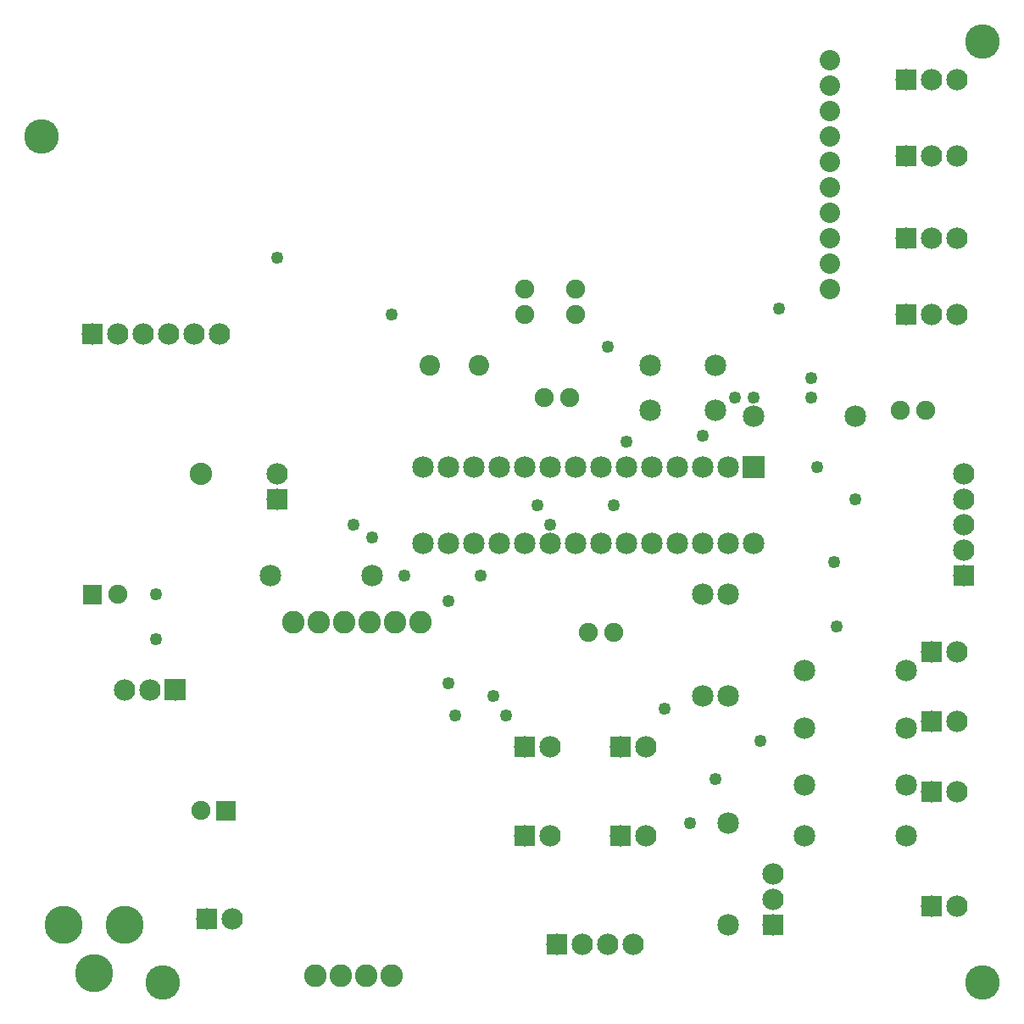
<source format=gts>
G04 MADE WITH FRITZING*
G04 WWW.FRITZING.ORG*
G04 DOUBLE SIDED*
G04 HOLES PLATED*
G04 CONTOUR ON CENTER OF CONTOUR VECTOR*
%ASAXBY*%
%FSLAX23Y23*%
%MOIN*%
%OFA0B0*%
%SFA1.0B1.0*%
%ADD10C,0.088000*%
%ADD11C,0.049370*%
%ADD12C,0.085000*%
%ADD13C,0.084000*%
%ADD14C,0.075000*%
%ADD15C,0.135984*%
%ADD16C,0.080925*%
%ADD17C,0.080866*%
%ADD18C,0.080000*%
%ADD19C,0.088861*%
%ADD20C,0.088833*%
%ADD21C,0.074972*%
%ADD22C,0.074944*%
%ADD23C,0.150000*%
%ADD24R,0.084000X0.084000*%
%ADD25R,0.085000X0.085000*%
%ADD26R,0.001000X0.001000*%
%LNMASK1*%
G90*
G70*
G54D10*
X738Y2136D03*
G54D11*
X1038Y2986D03*
X2563Y1211D03*
X2663Y761D03*
X1838Y1736D03*
X1713Y1636D03*
X1713Y1311D03*
X563Y1486D03*
X563Y1661D03*
X1738Y1186D03*
X1938Y1186D03*
X2363Y2011D03*
X2063Y2011D03*
X1338Y1936D03*
X1413Y1886D03*
X1538Y1736D03*
X1488Y2761D03*
X2413Y2261D03*
X2338Y2636D03*
G54D12*
X3313Y2361D03*
X2913Y2361D03*
G54D13*
X2138Y286D03*
X2238Y286D03*
X2338Y286D03*
X2438Y286D03*
G54D11*
X2838Y2436D03*
X3138Y2511D03*
X3163Y2161D03*
X3313Y2036D03*
G54D14*
X3588Y2386D03*
X3488Y2386D03*
X3588Y2386D03*
X3488Y2386D03*
G54D11*
X2913Y2436D03*
X3138Y2436D03*
X3013Y2786D03*
G54D12*
X2507Y2563D03*
X2763Y2563D03*
X2507Y2386D03*
X2763Y2386D03*
G54D14*
X2188Y2436D03*
X2088Y2436D03*
X2188Y2436D03*
X2088Y2436D03*
X2363Y1511D03*
X2263Y1511D03*
X2363Y1511D03*
X2263Y1511D03*
G54D15*
X3813Y136D03*
X3813Y3836D03*
X113Y3461D03*
X588Y136D03*
G54D16*
X1638Y2561D03*
G54D17*
X1831Y2561D03*
G54D18*
X3213Y3761D03*
X3213Y3661D03*
X3213Y3561D03*
X3213Y3461D03*
X3213Y3361D03*
X3213Y3261D03*
X3213Y3161D03*
X3213Y3061D03*
X3213Y2961D03*
X3213Y2861D03*
G54D19*
X1603Y1551D03*
X1503Y1551D03*
X1403Y1551D03*
X1303Y1551D03*
X1203Y1551D03*
X1103Y1551D03*
G54D20*
X1488Y161D03*
X1388Y161D03*
X1288Y161D03*
X1188Y161D03*
G54D21*
X1603Y1551D03*
X1503Y1551D03*
X1403Y1551D03*
X1303Y1551D03*
X1203Y1551D03*
X1103Y1551D03*
G54D22*
X1488Y161D03*
X1388Y161D03*
X1288Y161D03*
X1188Y161D03*
G54D12*
X2913Y2161D03*
X2913Y1861D03*
X2813Y2161D03*
X2813Y1861D03*
X2713Y2161D03*
X2713Y1861D03*
X2613Y2161D03*
X2613Y1861D03*
X2513Y2161D03*
X2513Y1861D03*
X2413Y2161D03*
X2413Y1861D03*
X2313Y2161D03*
X2313Y1861D03*
X2213Y2161D03*
X2213Y1861D03*
X2113Y2161D03*
X2113Y1861D03*
X2013Y2161D03*
X2013Y1861D03*
X1913Y2161D03*
X1913Y1861D03*
X1813Y2161D03*
X1813Y1861D03*
X1713Y2161D03*
X1713Y1861D03*
X1613Y2161D03*
X1613Y1861D03*
G54D13*
X638Y1286D03*
X538Y1286D03*
X438Y1286D03*
X638Y1286D03*
X538Y1286D03*
X438Y1286D03*
G54D23*
X438Y361D03*
X198Y361D03*
X318Y171D03*
G54D14*
X838Y811D03*
X738Y811D03*
X838Y811D03*
X738Y811D03*
X2013Y2861D03*
X2013Y2761D03*
X2013Y2861D03*
X2013Y2761D03*
X2213Y2761D03*
X2213Y2861D03*
X2213Y2761D03*
X2213Y2861D03*
G54D12*
X2713Y1261D03*
X2713Y1661D03*
X2813Y1661D03*
X2813Y1261D03*
G54D14*
X313Y1661D03*
X413Y1661D03*
X313Y1661D03*
X413Y1661D03*
G54D12*
X1013Y1736D03*
X1413Y1736D03*
X2813Y761D03*
X2813Y361D03*
X3513Y711D03*
X3113Y711D03*
X3513Y1136D03*
X3113Y1136D03*
X3513Y1361D03*
X3113Y1361D03*
X3513Y911D03*
X3113Y911D03*
G54D11*
X2713Y2286D03*
X2938Y1086D03*
X3228Y1789D03*
X2113Y1936D03*
X3238Y1536D03*
X2763Y936D03*
G54D13*
X2388Y711D03*
X2488Y711D03*
X2013Y711D03*
X2113Y711D03*
X2388Y1061D03*
X2488Y1061D03*
X2013Y1061D03*
X2113Y1061D03*
X2988Y361D03*
X2988Y461D03*
X2988Y561D03*
X3613Y436D03*
X3713Y436D03*
X763Y386D03*
X863Y386D03*
X3513Y2761D03*
X3613Y2761D03*
X3713Y2761D03*
X3513Y3061D03*
X3613Y3061D03*
X3713Y3061D03*
X3513Y3386D03*
X3613Y3386D03*
X3713Y3386D03*
X3513Y3686D03*
X3613Y3686D03*
X3713Y3686D03*
X3613Y886D03*
X3713Y886D03*
X3613Y1161D03*
X3713Y1161D03*
X3613Y1436D03*
X3713Y1436D03*
X1038Y2036D03*
X1038Y2136D03*
X3738Y1736D03*
X3738Y1836D03*
X3738Y1936D03*
X3738Y2036D03*
X3738Y2136D03*
X313Y2686D03*
X413Y2686D03*
X513Y2686D03*
X613Y2686D03*
X713Y2686D03*
X813Y2686D03*
G54D11*
X1888Y1261D03*
G54D24*
X2138Y286D03*
G54D25*
X2913Y2161D03*
G54D24*
X2388Y711D03*
X2013Y711D03*
X2388Y1061D03*
X2013Y1061D03*
X2988Y361D03*
X3613Y436D03*
X763Y386D03*
X3513Y2761D03*
X3513Y3061D03*
X3513Y3386D03*
X3513Y3686D03*
X3613Y886D03*
X3613Y1161D03*
X3613Y1436D03*
X1038Y2036D03*
X3738Y1736D03*
X313Y2686D03*
G54D26*
X275Y1698D02*
X349Y1698D01*
X275Y1697D02*
X349Y1697D01*
X275Y1696D02*
X349Y1696D01*
X275Y1695D02*
X349Y1695D01*
X275Y1694D02*
X349Y1694D01*
X275Y1693D02*
X349Y1693D01*
X275Y1692D02*
X349Y1692D01*
X275Y1691D02*
X349Y1691D01*
X275Y1690D02*
X349Y1690D01*
X275Y1689D02*
X349Y1689D01*
X275Y1688D02*
X349Y1688D01*
X275Y1687D02*
X349Y1687D01*
X275Y1686D02*
X349Y1686D01*
X275Y1685D02*
X349Y1685D01*
X275Y1684D02*
X349Y1684D01*
X275Y1683D02*
X349Y1683D01*
X275Y1682D02*
X349Y1682D01*
X275Y1681D02*
X349Y1681D01*
X275Y1680D02*
X349Y1680D01*
X275Y1679D02*
X349Y1679D01*
X275Y1678D02*
X349Y1678D01*
X275Y1677D02*
X349Y1677D01*
X275Y1676D02*
X349Y1676D01*
X275Y1675D02*
X349Y1675D01*
X275Y1674D02*
X349Y1674D01*
X275Y1673D02*
X349Y1673D01*
X275Y1672D02*
X349Y1672D01*
X275Y1671D02*
X349Y1671D01*
X275Y1670D02*
X309Y1670D01*
X315Y1670D02*
X349Y1670D01*
X275Y1669D02*
X307Y1669D01*
X317Y1669D02*
X349Y1669D01*
X275Y1668D02*
X306Y1668D01*
X318Y1668D02*
X349Y1668D01*
X275Y1667D02*
X305Y1667D01*
X319Y1667D02*
X349Y1667D01*
X275Y1666D02*
X304Y1666D01*
X320Y1666D02*
X349Y1666D01*
X275Y1665D02*
X304Y1665D01*
X321Y1665D02*
X349Y1665D01*
X275Y1664D02*
X303Y1664D01*
X321Y1664D02*
X349Y1664D01*
X275Y1663D02*
X303Y1663D01*
X321Y1663D02*
X349Y1663D01*
X275Y1662D02*
X303Y1662D01*
X321Y1662D02*
X349Y1662D01*
X275Y1661D02*
X303Y1661D01*
X321Y1661D02*
X349Y1661D01*
X275Y1660D02*
X303Y1660D01*
X321Y1660D02*
X349Y1660D01*
X275Y1659D02*
X303Y1659D01*
X321Y1659D02*
X349Y1659D01*
X275Y1658D02*
X304Y1658D01*
X321Y1658D02*
X349Y1658D01*
X275Y1657D02*
X304Y1657D01*
X320Y1657D02*
X349Y1657D01*
X275Y1656D02*
X305Y1656D01*
X320Y1656D02*
X349Y1656D01*
X275Y1655D02*
X306Y1655D01*
X319Y1655D02*
X349Y1655D01*
X275Y1654D02*
X307Y1654D01*
X317Y1654D02*
X349Y1654D01*
X275Y1653D02*
X309Y1653D01*
X315Y1653D02*
X349Y1653D01*
X275Y1652D02*
X349Y1652D01*
X275Y1651D02*
X349Y1651D01*
X275Y1650D02*
X349Y1650D01*
X275Y1649D02*
X349Y1649D01*
X275Y1648D02*
X349Y1648D01*
X275Y1647D02*
X349Y1647D01*
X275Y1646D02*
X349Y1646D01*
X275Y1645D02*
X349Y1645D01*
X275Y1644D02*
X349Y1644D01*
X275Y1643D02*
X349Y1643D01*
X275Y1642D02*
X349Y1642D01*
X275Y1641D02*
X349Y1641D01*
X275Y1640D02*
X349Y1640D01*
X275Y1639D02*
X349Y1639D01*
X275Y1638D02*
X349Y1638D01*
X275Y1637D02*
X349Y1637D01*
X275Y1636D02*
X349Y1636D01*
X275Y1635D02*
X349Y1635D01*
X275Y1634D02*
X349Y1634D01*
X275Y1633D02*
X349Y1633D01*
X275Y1632D02*
X349Y1632D01*
X275Y1631D02*
X349Y1631D01*
X275Y1630D02*
X349Y1630D01*
X275Y1629D02*
X349Y1629D01*
X275Y1628D02*
X349Y1628D01*
X275Y1627D02*
X349Y1627D01*
X275Y1626D02*
X349Y1626D01*
X275Y1625D02*
X349Y1625D01*
X276Y1624D02*
X349Y1624D01*
X596Y1328D02*
X679Y1328D01*
X596Y1327D02*
X679Y1327D01*
X596Y1326D02*
X679Y1326D01*
X596Y1325D02*
X679Y1325D01*
X596Y1324D02*
X679Y1324D01*
X596Y1323D02*
X679Y1323D01*
X596Y1322D02*
X679Y1322D01*
X596Y1321D02*
X679Y1321D01*
X596Y1320D02*
X679Y1320D01*
X596Y1319D02*
X679Y1319D01*
X596Y1318D02*
X679Y1318D01*
X596Y1317D02*
X679Y1317D01*
X596Y1316D02*
X679Y1316D01*
X596Y1315D02*
X679Y1315D01*
X596Y1314D02*
X679Y1314D01*
X596Y1313D02*
X679Y1313D01*
X596Y1312D02*
X679Y1312D01*
X596Y1311D02*
X679Y1311D01*
X596Y1310D02*
X679Y1310D01*
X596Y1309D02*
X679Y1309D01*
X596Y1308D02*
X679Y1308D01*
X596Y1307D02*
X679Y1307D01*
X596Y1306D02*
X679Y1306D01*
X596Y1305D02*
X679Y1305D01*
X596Y1304D02*
X679Y1304D01*
X596Y1303D02*
X679Y1303D01*
X596Y1302D02*
X679Y1302D01*
X596Y1301D02*
X635Y1301D01*
X639Y1301D02*
X679Y1301D01*
X596Y1300D02*
X631Y1300D01*
X644Y1300D02*
X679Y1300D01*
X596Y1299D02*
X629Y1299D01*
X645Y1299D02*
X679Y1299D01*
X596Y1298D02*
X628Y1298D01*
X647Y1298D02*
X679Y1298D01*
X596Y1297D02*
X627Y1297D01*
X648Y1297D02*
X679Y1297D01*
X596Y1296D02*
X626Y1296D01*
X649Y1296D02*
X679Y1296D01*
X596Y1295D02*
X625Y1295D01*
X650Y1295D02*
X679Y1295D01*
X596Y1294D02*
X624Y1294D01*
X650Y1294D02*
X679Y1294D01*
X596Y1293D02*
X623Y1293D01*
X651Y1293D02*
X679Y1293D01*
X596Y1292D02*
X623Y1292D01*
X651Y1292D02*
X679Y1292D01*
X596Y1291D02*
X623Y1291D01*
X652Y1291D02*
X679Y1291D01*
X596Y1290D02*
X622Y1290D01*
X652Y1290D02*
X679Y1290D01*
X596Y1289D02*
X622Y1289D01*
X652Y1289D02*
X679Y1289D01*
X596Y1288D02*
X622Y1288D01*
X652Y1288D02*
X679Y1288D01*
X596Y1287D02*
X622Y1287D01*
X652Y1287D02*
X679Y1287D01*
X596Y1286D02*
X622Y1286D01*
X652Y1286D02*
X679Y1286D01*
X596Y1285D02*
X622Y1285D01*
X652Y1285D02*
X679Y1285D01*
X596Y1284D02*
X622Y1284D01*
X652Y1284D02*
X679Y1284D01*
X596Y1283D02*
X622Y1283D01*
X652Y1283D02*
X679Y1283D01*
X596Y1282D02*
X623Y1282D01*
X652Y1282D02*
X679Y1282D01*
X596Y1281D02*
X623Y1281D01*
X651Y1281D02*
X679Y1281D01*
X596Y1280D02*
X623Y1280D01*
X651Y1280D02*
X679Y1280D01*
X596Y1279D02*
X624Y1279D01*
X650Y1279D02*
X679Y1279D01*
X596Y1278D02*
X625Y1278D01*
X650Y1278D02*
X679Y1278D01*
X596Y1277D02*
X625Y1277D01*
X649Y1277D02*
X679Y1277D01*
X596Y1276D02*
X626Y1276D01*
X648Y1276D02*
X679Y1276D01*
X596Y1275D02*
X628Y1275D01*
X647Y1275D02*
X679Y1275D01*
X596Y1274D02*
X629Y1274D01*
X646Y1274D02*
X679Y1274D01*
X596Y1273D02*
X631Y1273D01*
X644Y1273D02*
X679Y1273D01*
X596Y1272D02*
X634Y1272D01*
X640Y1272D02*
X679Y1272D01*
X596Y1271D02*
X679Y1271D01*
X596Y1270D02*
X679Y1270D01*
X596Y1269D02*
X679Y1269D01*
X596Y1268D02*
X679Y1268D01*
X596Y1267D02*
X679Y1267D01*
X596Y1266D02*
X679Y1266D01*
X596Y1265D02*
X679Y1265D01*
X596Y1264D02*
X679Y1264D01*
X596Y1263D02*
X679Y1263D01*
X596Y1262D02*
X679Y1262D01*
X596Y1261D02*
X679Y1261D01*
X596Y1260D02*
X679Y1260D01*
X596Y1259D02*
X679Y1259D01*
X596Y1258D02*
X679Y1258D01*
X596Y1257D02*
X679Y1257D01*
X596Y1256D02*
X679Y1256D01*
X596Y1255D02*
X679Y1255D01*
X596Y1254D02*
X679Y1254D01*
X596Y1253D02*
X679Y1253D01*
X596Y1252D02*
X679Y1252D01*
X596Y1251D02*
X679Y1251D01*
X596Y1250D02*
X679Y1250D01*
X596Y1249D02*
X679Y1249D01*
X596Y1248D02*
X679Y1248D01*
X596Y1247D02*
X679Y1247D01*
X596Y1246D02*
X679Y1246D01*
X596Y1245D02*
X679Y1245D01*
X800Y848D02*
X874Y848D01*
X800Y847D02*
X874Y847D01*
X800Y846D02*
X874Y846D01*
X800Y845D02*
X874Y845D01*
X800Y844D02*
X874Y844D01*
X800Y843D02*
X874Y843D01*
X800Y842D02*
X874Y842D01*
X800Y841D02*
X874Y841D01*
X800Y840D02*
X874Y840D01*
X800Y839D02*
X874Y839D01*
X800Y838D02*
X874Y838D01*
X800Y837D02*
X874Y837D01*
X800Y836D02*
X874Y836D01*
X800Y835D02*
X874Y835D01*
X800Y834D02*
X874Y834D01*
X800Y833D02*
X874Y833D01*
X800Y832D02*
X874Y832D01*
X800Y831D02*
X874Y831D01*
X800Y830D02*
X874Y830D01*
X800Y829D02*
X874Y829D01*
X800Y828D02*
X874Y828D01*
X800Y827D02*
X874Y827D01*
X800Y826D02*
X874Y826D01*
X800Y825D02*
X874Y825D01*
X800Y824D02*
X874Y824D01*
X800Y823D02*
X874Y823D01*
X800Y822D02*
X874Y822D01*
X800Y821D02*
X874Y821D01*
X800Y820D02*
X834Y820D01*
X840Y820D02*
X874Y820D01*
X800Y819D02*
X832Y819D01*
X842Y819D02*
X874Y819D01*
X800Y818D02*
X831Y818D01*
X843Y818D02*
X874Y818D01*
X800Y817D02*
X830Y817D01*
X844Y817D02*
X874Y817D01*
X800Y816D02*
X829Y816D01*
X845Y816D02*
X874Y816D01*
X800Y815D02*
X829Y815D01*
X846Y815D02*
X874Y815D01*
X800Y814D02*
X828Y814D01*
X846Y814D02*
X874Y814D01*
X800Y813D02*
X828Y813D01*
X846Y813D02*
X874Y813D01*
X800Y812D02*
X828Y812D01*
X846Y812D02*
X874Y812D01*
X800Y811D02*
X828Y811D01*
X846Y811D02*
X874Y811D01*
X800Y810D02*
X828Y810D01*
X846Y810D02*
X874Y810D01*
X800Y809D02*
X828Y809D01*
X846Y809D02*
X874Y809D01*
X800Y808D02*
X829Y808D01*
X846Y808D02*
X874Y808D01*
X800Y807D02*
X829Y807D01*
X845Y807D02*
X874Y807D01*
X800Y806D02*
X830Y806D01*
X845Y806D02*
X874Y806D01*
X800Y805D02*
X831Y805D01*
X844Y805D02*
X874Y805D01*
X800Y804D02*
X832Y804D01*
X842Y804D02*
X874Y804D01*
X800Y803D02*
X834Y803D01*
X840Y803D02*
X874Y803D01*
X800Y802D02*
X874Y802D01*
X800Y801D02*
X874Y801D01*
X800Y800D02*
X874Y800D01*
X800Y799D02*
X874Y799D01*
X800Y798D02*
X874Y798D01*
X800Y797D02*
X874Y797D01*
X800Y796D02*
X874Y796D01*
X800Y795D02*
X874Y795D01*
X800Y794D02*
X874Y794D01*
X800Y793D02*
X874Y793D01*
X800Y792D02*
X874Y792D01*
X800Y791D02*
X874Y791D01*
X800Y790D02*
X874Y790D01*
X800Y789D02*
X874Y789D01*
X800Y788D02*
X874Y788D01*
X800Y787D02*
X874Y787D01*
X800Y786D02*
X874Y786D01*
X800Y785D02*
X874Y785D01*
X800Y784D02*
X874Y784D01*
X800Y783D02*
X874Y783D01*
X800Y782D02*
X874Y782D01*
X800Y781D02*
X874Y781D01*
X800Y780D02*
X874Y780D01*
X800Y779D02*
X874Y779D01*
X800Y778D02*
X874Y778D01*
X800Y777D02*
X874Y777D01*
X800Y776D02*
X874Y776D01*
X800Y775D02*
X874Y775D01*
X801Y774D02*
X874Y774D01*
D02*
G04 End of Mask1*
M02*
</source>
